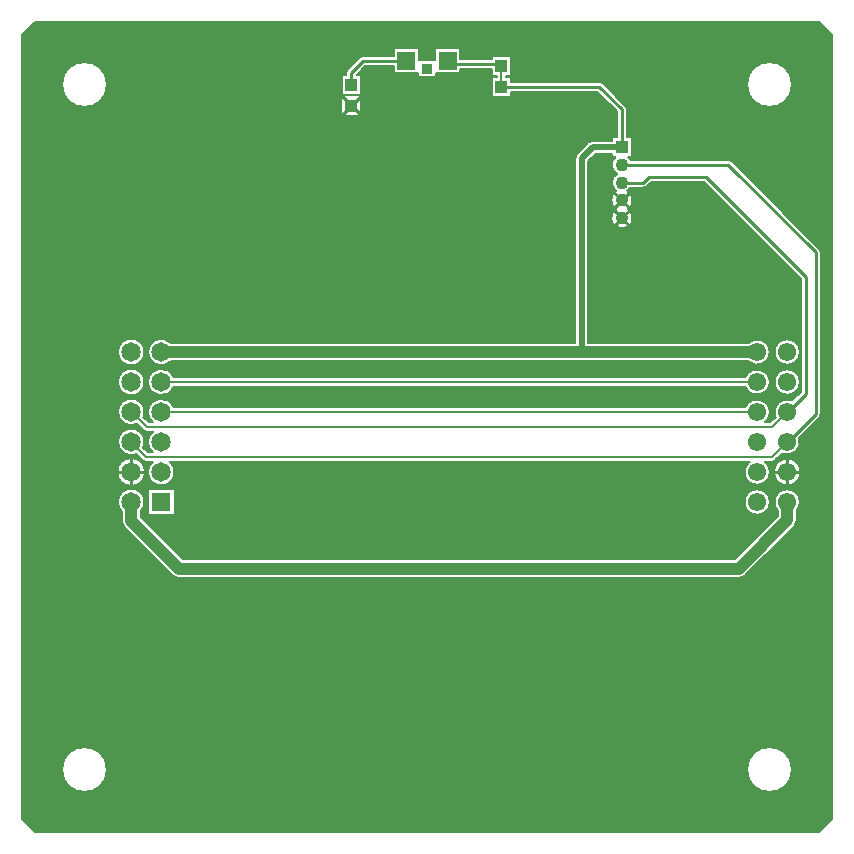
<source format=gbr>
G04 DesignSpark PCB PRO Gerber Version 10.0 Build 5299*
G04 #@! TF.Part,Single*
G04 #@! TF.FileFunction,Copper,L1,Top*
G04 #@! TF.FilePolarity,Positive*
%FSLAX35Y35*%
%MOIN*%
G04 #@! TA.AperFunction,SMDPad,CuDef*
%ADD75R,0.03937X0.04291*%
%ADD72R,0.03543X0.03543*%
G04 #@! TA.AperFunction,ComponentPad*
%ADD99R,0.04331X0.04331*%
G04 #@! TA.AperFunction,SMDPad,CuDef*
%ADD98R,0.05906X0.05906*%
G04 #@! TA.AperFunction,ComponentPad*
%ADD26R,0.06496X0.06496*%
G04 #@! TD.AperFunction*
%ADD16C,0.00500*%
%ADD17C,0.00787*%
%ADD70C,0.00984*%
%ADD21C,0.01000*%
%ADD22C,0.01969*%
G04 #@! TA.AperFunction,ViaPad*
%ADD23C,0.03543*%
G04 #@! TD.AperFunction*
%ADD24C,0.03937*%
G04 #@! TA.AperFunction,ComponentPad*
%ADD100C,0.04331*%
%ADD25C,0.06102*%
%ADD27C,0.06496*%
G04 #@! TD.AperFunction*
X0Y0D02*
D02*
D16*
X166929Y252618D02*
Y257618D01*
D02*
D17*
X6974Y268984D02*
Y7394D01*
X11331Y3037D01*
X272921D01*
X277278Y7394D01*
Y268984D01*
X272921Y273341D01*
X11331D01*
X6974Y268984D01*
X20472Y24016D02*
G75*
G02*
X35433I7480J0D01*
G01*
G75*
G02*
X20472I-7480J0D01*
G01*
Y252362D02*
G75*
G02*
X35433I7480J0D01*
G01*
G75*
G02*
X20472I-7480J0D01*
G01*
X38902Y123189D02*
G75*
G02*
X48185I4642J0D01*
G01*
G75*
G02*
X38902I-4642J0D01*
G01*
X257972Y113189D02*
G75*
G02*
X266437I4232J0D01*
G01*
G75*
G02*
X265354Y110362I-4233J0D01*
G01*
Y107087D01*
G75*
G02*
X264429Y104857I-3150J0D01*
G01*
X248293Y88720D01*
G75*
G02*
X246063Y87795I-2230J2224D01*
G01*
X59449D01*
G75*
G02*
X57219Y88720I0J3150D01*
G01*
X41319Y104620D01*
G75*
G02*
X40394Y106850I2224J2230D01*
G01*
Y110075D01*
G75*
G02*
X39114Y113189I3150J3114D01*
G01*
G75*
G02*
X47972I4429J0D01*
G01*
G75*
G02*
X46693Y110075I-4430J0D01*
G01*
Y108155D01*
X60754Y94094D01*
X244758D01*
X259055Y108391D01*
Y110362D01*
G75*
G02*
X257972Y113189I3150J2827D01*
G01*
X248819Y24016D02*
G75*
G02*
X263780I7480J0D01*
G01*
G75*
G02*
X248819I-7480J0D01*
G01*
X272835Y197642D02*
G75*
G02*
X273327Y196457I-1181J-1185D01*
G01*
Y142520D01*
G75*
G02*
X272835Y141335I-1673J0D01*
G01*
X266170Y134669D01*
G75*
G02*
X260486Y129322I-3965J-1480D01*
G01*
X258200Y127036D01*
G75*
G02*
X257084Y126575I-1114J1113D01*
G01*
X254744D01*
G75*
G02*
X256437Y123189I-2539J-3386D01*
G01*
G75*
G02*
X247972I-4232J0D01*
G01*
G75*
G02*
X249665Y126575I4232J0D01*
G01*
X56399D01*
G75*
G02*
X57972Y123189I-2856J-3386D01*
G01*
G75*
G02*
X49114I-4429J0D01*
G01*
G75*
G02*
X50688Y126575I4429J0D01*
G01*
X48349D01*
G75*
G02*
X47233Y127036I-2J1575D01*
G01*
X45191Y129078D01*
G75*
G02*
X39114Y133189I-1648J4111D01*
G01*
G75*
G02*
X47972I4429J0D01*
G01*
G75*
G02*
X47508Y131215I-4429J0D01*
G01*
X48999Y129724D01*
X50784D01*
G75*
G02*
X50735Y136614I2759J3465D01*
G01*
X48703D01*
G75*
G02*
X47587Y137076I-2J1575D01*
G01*
X45465Y139198D01*
G75*
G02*
X39114Y143189I-1921J3991D01*
G01*
G75*
G02*
X47972I4429J0D01*
G01*
G75*
G02*
X47631Y141485I-4430J0D01*
G01*
X49353Y139764D01*
X50735D01*
G75*
G02*
X49114Y143189I2808J3426D01*
G01*
G75*
G02*
X57683Y144764I4429J0D01*
G01*
X248276D01*
G75*
G02*
X256437Y143189I3928J-1575D01*
G01*
G75*
G02*
X254691Y139764I-4232J0D01*
G01*
X256552D01*
X258313Y141525D01*
G75*
G02*
X263963Y147039I3891J1664D01*
G01*
X266831Y149906D01*
Y187496D01*
X234346Y219980D01*
X216835D01*
X215358Y218504D01*
G75*
G02*
X214173Y218012I-1185J1181D01*
G01*
X209985D01*
G75*
G02*
X208875Y216857I-2898J1673D01*
G01*
G75*
G02*
X209074Y210827I-1789J-3077D01*
G01*
G75*
G02*
X210646Y207874I-1987J-2953D01*
G01*
G75*
G02*
X203528I-3559J0D01*
G01*
G75*
G02*
X205100Y210827I3559J0D01*
G01*
G75*
G02*
X205298Y216857I1987J2953D01*
G01*
G75*
G02*
X205512Y222638I1789J2828D01*
G01*
G75*
G02*
X204930Y228150I1575J2953D01*
G01*
X203740D01*
Y229331D01*
X198338D01*
X195866Y226859D01*
Y166339D01*
X249378D01*
G75*
G02*
X256437Y163189I2827J-3150D01*
G01*
G75*
G02*
X249378Y160039I-4232J0D01*
G01*
X56657D01*
G75*
G02*
X49114Y163189I-3114J3150D01*
G01*
G75*
G02*
X56657Y166339I4429J0D01*
G01*
X191535D01*
Y227756D01*
G75*
G02*
X192170Y229287I2165J0D01*
G01*
X195910Y233027D01*
G75*
G02*
X197443Y233661I1531J-1531D01*
G01*
X203740D01*
Y234843D01*
X205413D01*
Y243402D01*
X198870Y249945D01*
X170079D01*
Y248291D01*
X163780D01*
Y254945D01*
X165498D01*
Y255291D01*
X163780D01*
Y257382D01*
X153150D01*
Y256102D01*
X145079D01*
Y254724D01*
X139173D01*
Y256102D01*
X131102D01*
Y258563D01*
X121559D01*
X118642Y255646D01*
X120079D01*
Y248992D01*
X113780D01*
Y255646D01*
X115256D01*
Y256299D01*
G75*
G02*
X115748Y257484I1673J0D01*
G01*
X119681Y261417D01*
G75*
G02*
X120866Y261909I1185J-1181D01*
G01*
X131102D01*
Y264370D01*
X139370D01*
Y260630D01*
X144882D01*
Y264370D01*
X153150D01*
Y260728D01*
X163780D01*
Y261945D01*
X170079D01*
Y255291D01*
X168360D01*
Y254945D01*
X170079D01*
Y253291D01*
X199563D01*
G75*
G02*
X200748Y252799I0J-1673D01*
G01*
X208268Y245280D01*
G75*
G02*
X208760Y244094I-1181J-1185D01*
G01*
Y234843D01*
X210433D01*
Y228150D01*
X209243D01*
G75*
G02*
X209985Y227264I-2156J-2559D01*
G01*
X242520D01*
G75*
G02*
X243705Y226772I0J-1673D01*
G01*
X272835Y197642D01*
X257972Y153189D02*
G75*
G02*
X266437I4232J0D01*
G01*
G75*
G02*
X257972I-4232J0D01*
G01*
Y163189D02*
G75*
G02*
X266437I4232J0D01*
G01*
G75*
G02*
X257972I-4232J0D01*
G01*
X257760Y123189D02*
G75*
G02*
X266650I4445J0D01*
G01*
G75*
G02*
X257760I-4445J0D01*
G01*
X247972Y113189D02*
G75*
G02*
X256437I4232J0D01*
G01*
G75*
G02*
X247972I-4232J0D01*
G01*
X49114Y117618D02*
X57972D01*
Y108760D01*
X49114D01*
Y117618D01*
X39114Y153189D02*
G75*
G02*
X47972I4429J0D01*
G01*
G75*
G02*
X39114I-4429J0D01*
G01*
Y163189D02*
G75*
G02*
X47972I4429J0D01*
G01*
G75*
G02*
X39114I-4429J0D01*
G01*
X248276Y154764D02*
G75*
G02*
X256437Y153189I3928J-1575D01*
G01*
G75*
G02*
X248276Y151614I-4232J0D01*
G01*
X57683D01*
G75*
G02*
X49114Y153189I-4140J1575D01*
G01*
G75*
G02*
X57683Y154764I4429J0D01*
G01*
X248276D01*
X113567Y248858D02*
X120291D01*
Y241780D01*
X113567D01*
Y248858D01*
X248819Y252362D02*
G75*
G02*
X263780I7480J0D01*
G01*
G75*
G02*
X248819I-7480J0D01*
G01*
X7368Y24016D02*
G36*
X7368Y24016D02*
Y7000D01*
X10937Y3431D01*
X273315D01*
X276884Y7000D01*
Y24016D01*
X263780D01*
G75*
G02*
X248819I-7480J0D01*
G01*
X35433D01*
G75*
G02*
X20472I-7480J0D01*
G01*
X7368D01*
G37*
Y102707D02*
G36*
X7368Y102707D02*
Y24016D01*
X20472D01*
G75*
G02*
X35433I7480J0D01*
G01*
X248819D01*
G75*
G02*
X263780I7480J0D01*
G01*
X276884D01*
Y102707D01*
X262279D01*
X248293Y88720D01*
G75*
G02*
X246063Y87795I-2230J2226D01*
G01*
X59449D01*
G75*
G02*
X57219Y88720I0J3151D01*
G01*
X43233Y102707D01*
X7368D01*
G37*
X52141D02*
G36*
X52141Y102707D02*
X60754Y94094D01*
X244758D01*
X253370Y102707D01*
X52141D01*
G37*
X7368Y113189D02*
G36*
X7368Y113189D02*
Y102707D01*
X43233D01*
X41319Y104620D01*
G75*
G02*
X40394Y106850I2226J2230D01*
G01*
Y110075D01*
G75*
G02*
X39114Y113189I3149J3114D01*
G01*
Y113189D01*
X7368D01*
G37*
X46693Y110075D02*
G36*
X46693Y110075D02*
Y108155D01*
X52141Y102707D01*
X253370D01*
X259055Y108391D01*
Y110362D01*
G75*
G02*
X257972Y113189I3150J2827D01*
G01*
X256437D01*
G75*
G02*
X247972I-4232J0D01*
G01*
X57972D01*
Y108760D01*
X49114D01*
Y113189D01*
X47972D01*
Y113189D01*
G75*
G02*
X46693Y110075I-4428J0D01*
G01*
G37*
X264429Y104857D02*
G36*
X264429Y104857D02*
X262279Y102707D01*
X276884D01*
Y113189D01*
X266437D01*
G75*
G02*
X265354Y110362I-4232J0D01*
G01*
Y107087D01*
G75*
G02*
X264429Y104857I-3151J0D01*
G01*
G37*
X7368Y123189D02*
G36*
X7368Y123189D02*
Y113189D01*
X39114D01*
G75*
G02*
X47972I4429J0D01*
G01*
X49114D01*
Y117618D01*
X57972D01*
Y113189D01*
X247972D01*
G75*
G02*
X256437I4232J0D01*
G01*
X257972D01*
G75*
G02*
X266437I4232J0D01*
G01*
X276884D01*
Y123189D01*
X266650D01*
G75*
G02*
X257760I-4445J0D01*
G01*
X256437D01*
G75*
G02*
X247972I-4232J0D01*
G01*
X57972D01*
G75*
G02*
X49114I-4429J0D01*
G01*
X48185D01*
G75*
G02*
X38902I-4642J0D01*
G01*
X7368D01*
G37*
Y153189D02*
G36*
X7368Y153189D02*
Y123189D01*
X38902D01*
G75*
G02*
X48185I4642J0D01*
G01*
X49114D01*
Y123189D01*
G75*
G02*
X50688Y126575I4429J0D01*
G01*
X48349D01*
G75*
G02*
X47233Y127036I-2J1576D01*
G01*
X45191Y129078D01*
G75*
G02*
X39114Y133189I-1648J4111D01*
G01*
G75*
G02*
X47972I4429J0D01*
G01*
G75*
G02*
X47508Y131215I-4435J1D01*
G01*
X48999Y129724D01*
X50784D01*
G75*
G02*
X49114Y133189I2759J3465D01*
G01*
G75*
G02*
X50735Y136614I4429J0D01*
G01*
X48703D01*
G75*
G02*
X47587Y137076I-2J1576D01*
G01*
X45465Y139198D01*
G75*
G02*
X39114Y143189I-1921J3991D01*
G01*
G75*
G02*
X47972I4429J0D01*
G01*
G75*
G02*
X47631Y141485I-4435J2D01*
G01*
X49353Y139764D01*
X50735D01*
G75*
G02*
X49114Y143189I2809J3426D01*
G01*
G75*
G02*
X57683Y144764I4429J0D01*
G01*
X248276D01*
G75*
G02*
X256437Y143189I3928J-1575D01*
G01*
G75*
G02*
X254691Y139764I-4232J0D01*
G01*
X256552D01*
X258313Y141525D01*
G75*
G02*
X257972Y143189I3891J1664D01*
G01*
G75*
G02*
X263963Y147039I4232J0D01*
G01*
X266831Y149906D01*
Y153189D01*
X266437D01*
G75*
G02*
X257972I-4232J0D01*
G01*
X256437D01*
G75*
G02*
X248276Y151614I-4232J0D01*
G01*
X57683D01*
G75*
G02*
X49114Y153189I-4140J1575D01*
G01*
X47972D01*
G75*
G02*
X39114I-4429J0D01*
G01*
X7368D01*
G37*
X57972Y123189D02*
G36*
X57972Y123189D02*
Y123189D01*
X247972D01*
Y123189D01*
G75*
G02*
X249665Y126575I4232J0D01*
G01*
X56399D01*
G75*
G02*
X57972Y123189I-2855J-3385D01*
G01*
G37*
X256437D02*
G36*
X256437Y123189D02*
Y123189D01*
X257760D01*
G75*
G02*
X266650I4445J0D01*
G01*
X276884D01*
Y153189D01*
X273327D01*
Y142520D01*
G75*
G02*
X272835Y141335I-1673J0D01*
G01*
X266170Y134669D01*
G75*
G02*
X266437Y133189I-3965J-1480D01*
G01*
G75*
G02*
X260486Y129322I-4232J0D01*
G01*
X258200Y127036D01*
G75*
G02*
X257084Y126575I-1114J1115D01*
G01*
X254744D01*
G75*
G02*
X256437Y123189I-2539J-3385D01*
G01*
G37*
X7368Y163189D02*
G36*
X7368Y163189D02*
Y153189D01*
X39114D01*
G75*
G02*
X47972I4429J0D01*
G01*
X49114D01*
G75*
G02*
X57683Y154764I4429J0D01*
G01*
X248276D01*
G75*
G02*
X256437Y153189I3928J-1575D01*
G01*
X257972D01*
G75*
G02*
X266437I4232J0D01*
G01*
X266831D01*
Y163189D01*
X266437D01*
G75*
G02*
X257972I-4232J0D01*
G01*
X256437D01*
G75*
G02*
X249378Y160039I-4232J0D01*
G01*
X56657D01*
G75*
G02*
X49114Y163189I-3114J3150D01*
G01*
X47972D01*
G75*
G02*
X39114I-4429J0D01*
G01*
X7368D01*
G37*
X273327D02*
G36*
X273327Y163189D02*
Y153189D01*
X276884D01*
Y163189D01*
X273327D01*
G37*
X7368Y245319D02*
G36*
X7368Y245319D02*
Y163189D01*
X39114D01*
G75*
G02*
X47972I4429J0D01*
G01*
X49114D01*
G75*
G02*
X56657Y166339I4430J0D01*
G01*
X191535D01*
Y227756D01*
G75*
G02*
X192170Y229287I2166J0D01*
G01*
X195910Y233027D01*
G75*
G02*
X197443Y233661I1532J-1533D01*
G01*
X203740D01*
Y234843D01*
X205413D01*
Y243402D01*
X203496Y245319D01*
X120291D01*
Y241780D01*
X113567D01*
Y245319D01*
X30472D01*
G75*
G02*
X25433I-2519J7043D01*
G01*
X7368D01*
G37*
X195866Y226859D02*
G36*
X195866Y226859D02*
Y166339D01*
X249378D01*
G75*
G02*
X256437Y163189I2827J-3150D01*
G01*
X257972D01*
G75*
G02*
X266437I4232J0D01*
G01*
X266831D01*
Y187496D01*
X234346Y219980D01*
X216835D01*
X215358Y218504D01*
G75*
G02*
X214173Y218012I-1185J1180D01*
G01*
X209985D01*
G75*
G02*
X208875Y216857I-2900J1674D01*
G01*
G75*
G02*
X210646Y213780I-1789J-3077D01*
G01*
G75*
G02*
X209074Y210827I-3559J0D01*
G01*
G75*
G02*
X210646Y207874I-1986J-2952D01*
G01*
Y207874D01*
G75*
G02*
X203528I-3559J0D01*
G01*
Y207874D01*
G75*
G02*
X205100Y210827I3558J0D01*
G01*
G75*
G02*
X203528Y213780I1987J2953D01*
G01*
G75*
G02*
X205298Y216857I3559J0D01*
G01*
G75*
G02*
X203740Y219685I1789J2828D01*
G01*
G75*
G02*
X205512Y222638I3346J0D01*
G01*
G75*
G02*
X203740Y225591I1575J2953D01*
G01*
G75*
G02*
X204930Y228150I3346J0D01*
G01*
X203740D01*
Y229331D01*
X198338D01*
X195866Y226859D01*
G37*
X208228Y245319D02*
G36*
X208228Y245319D02*
X208268Y245280D01*
G75*
G02*
X208760Y244094I-1181J-1185D01*
G01*
Y234843D01*
X210433D01*
Y228150D01*
X209243D01*
G75*
G02*
X209985Y227264I-2153J-2556D01*
G01*
X242520D01*
G75*
G02*
X243705Y226772I0J-1672D01*
G01*
X272835Y197642D01*
G75*
G02*
X273327Y196457I-1181J-1185D01*
G01*
Y163189D01*
X276884D01*
Y245319D01*
X258819D01*
G75*
G02*
X253780I-2519J7043D01*
G01*
X208228D01*
G37*
X7368Y252362D02*
G36*
X7368Y252362D02*
Y245319D01*
X25433D01*
G75*
G02*
X20472Y252362I2519J7043D01*
G01*
X7368D01*
G37*
X35433D02*
G36*
X35433Y252362D02*
G75*
G02*
X30472Y245319I-7480J0D01*
G01*
X113567D01*
Y248858D01*
X120291D01*
Y245319D01*
X203496D01*
X198870Y249945D01*
X170079D01*
Y248291D01*
X163780D01*
Y252362D01*
X120079D01*
Y248992D01*
X113780D01*
Y252362D01*
X35433D01*
G37*
X201185D02*
G36*
X201185Y252362D02*
X208228Y245319D01*
X253780D01*
G75*
G02*
X248819Y252362I2519J7043D01*
G01*
X201185D01*
G37*
X263780D02*
G36*
X263780Y252362D02*
G75*
G02*
X258819Y245319I-7480J0D01*
G01*
X276884D01*
Y252362D01*
X263780D01*
G37*
X7368Y269378D02*
G36*
X7368Y269378D02*
Y252362D01*
X20472D01*
G75*
G02*
X35433I7480J0D01*
G01*
X113780D01*
Y255646D01*
X115256D01*
Y256299D01*
G75*
G02*
X115748Y257484I1673J0D01*
G01*
X119681Y261417D01*
G75*
G02*
X120866Y261909I1185J-1180D01*
G01*
X131102D01*
Y264370D01*
X139370D01*
Y260630D01*
X144882D01*
Y264370D01*
X153150D01*
Y260728D01*
X163780D01*
Y261945D01*
X170079D01*
Y255291D01*
X168360D01*
Y254945D01*
X170079D01*
Y253291D01*
X199563D01*
G75*
G02*
X200748Y252799I0J-1672D01*
G01*
X201185Y252362D01*
X248819D01*
G75*
G02*
X263780I7480J0D01*
G01*
X276884D01*
Y269378D01*
X273315Y272947D01*
X10937D01*
X7368Y269378D01*
G37*
X120079Y255646D02*
G36*
X120079Y255646D02*
Y252362D01*
X163780D01*
Y254945D01*
X165498D01*
Y255291D01*
X163780D01*
Y257382D01*
X153150D01*
Y256102D01*
X145079D01*
Y254724D01*
X139173D01*
Y256102D01*
X131102D01*
Y258563D01*
X121559D01*
X118642Y255646D01*
X120079D01*
G37*
X43543Y133189D02*
X43307D01*
X48346Y128150D01*
X257087D01*
X262126Y133189D01*
X262205D01*
X43543Y143189D02*
X43701D01*
X48701Y138189D01*
X257205D01*
X262205Y143189D01*
X53543D02*
X252205D01*
X53543Y153189D02*
X252205D01*
D02*
D70*
X135236Y260236D02*
X120866D01*
X116929Y256299D01*
Y252319D01*
X166929Y251618D02*
X199563D01*
X207087Y244094D01*
Y231496D01*
X166929Y258618D02*
Y259055D01*
X150240D01*
X149059Y260236D01*
X149016D01*
X262205Y133189D02*
X262323D01*
X271654Y142520D01*
Y196457D01*
X242520Y225591D01*
X207087D01*
X262205Y143189D02*
X262480D01*
X268504Y149213D01*
Y188189D01*
X235039Y221654D01*
X216142D01*
X214173Y219685D01*
X207087D01*
D02*
D21*
X40795Y123189D02*
X38795D01*
X43543Y120441D02*
Y118441D01*
Y125937D02*
Y127937D01*
X46291Y123189D02*
X48291D01*
X115314Y243704D02*
X113461Y241850D01*
X115314Y246934D02*
X113461Y248787D01*
X118544Y243704D02*
X120398Y241850D01*
X118544Y246934D02*
X120398Y248787D01*
X205909Y206696D02*
X204495Y205282D01*
X205909Y209052D02*
X204495Y210466D01*
X205909Y212602D02*
X204495Y211188D01*
X205909Y214957D02*
X204495Y216371D01*
X208264Y206696D02*
X209678Y205282D01*
X208264Y209052D02*
X209678Y210466D01*
X208264Y212602D02*
X209678Y211188D01*
X208264Y214957D02*
X209678Y216371D01*
X259654Y123189D02*
X257654D01*
X262205Y120638D02*
Y118638D01*
Y125740D02*
Y127740D01*
X264756Y123189D02*
X266756D01*
D02*
D22*
X193701Y227756D02*
Y163189D01*
X207087Y231496D02*
X197441D01*
X193701Y227756D01*
D02*
D23*
X63386Y20079D03*
Y59449D03*
Y98819D03*
Y177559D03*
Y216929D03*
Y256299D03*
X102756Y20079D03*
Y59449D03*
Y98819D03*
Y177559D03*
Y216929D03*
Y256299D03*
X142126Y20079D03*
Y59449D03*
Y98819D03*
Y177559D03*
Y216929D03*
X181496Y20079D03*
Y59449D03*
Y98819D03*
Y177559D03*
Y216929D03*
Y256299D03*
X220866Y20079D03*
Y59449D03*
Y98819D03*
Y177559D03*
Y216929D03*
Y256299D03*
D02*
D24*
X43543Y113189D02*
Y106850D01*
X59449Y90945D01*
X246063D01*
X262205Y107087D01*
Y113189D01*
X193701Y163189D02*
X53543D01*
X252205D02*
X193701D01*
D02*
D25*
X252205Y113189D03*
Y123189D03*
Y133189D03*
Y143189D03*
Y153189D03*
Y163189D03*
X262205Y113189D03*
Y123189D03*
Y133189D03*
Y143189D03*
Y153189D03*
Y163189D03*
D02*
D26*
X53543Y113189D03*
D02*
D27*
X43543D03*
Y123189D03*
Y133189D03*
Y143189D03*
Y153189D03*
Y163189D03*
X53543Y123189D03*
Y133189D03*
Y143189D03*
Y153189D03*
Y163189D03*
D02*
D72*
X142126Y257677D03*
D02*
D75*
X116929Y245319D03*
Y252319D03*
X166929Y251618D03*
Y258618D03*
D02*
D98*
X135236Y260236D03*
X149016D03*
D02*
D99*
X207087Y231496D03*
D02*
D100*
Y207874D03*
Y213780D03*
Y219685D03*
Y225591D03*
X0Y0D02*
M02*

</source>
